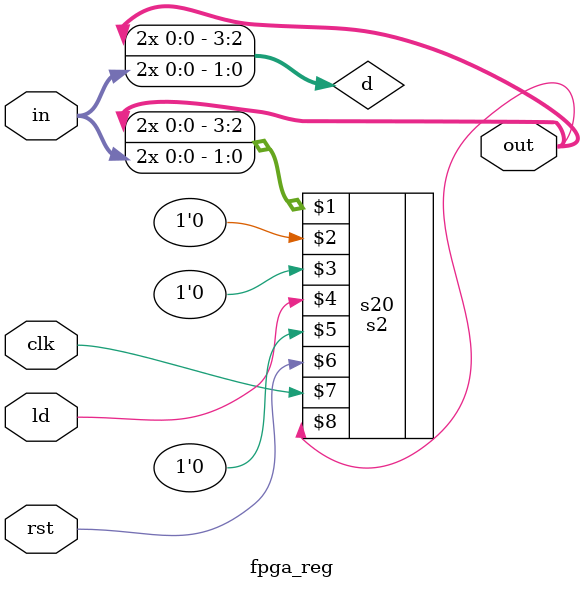
<source format=v>
`include "s2.v"

module fpga_reg(input in, ld, rst, clk, output out);
    wire [3:0] d;
    assign d = {out, out, in, in};
    s2 s20(d, 1'b0, 1'b0, ld, 1'b0, rst, clk, out);
//s2(input [3:0] d, input A0, B0, A1, B1, clr, clk, output out);
endmodule
</source>
